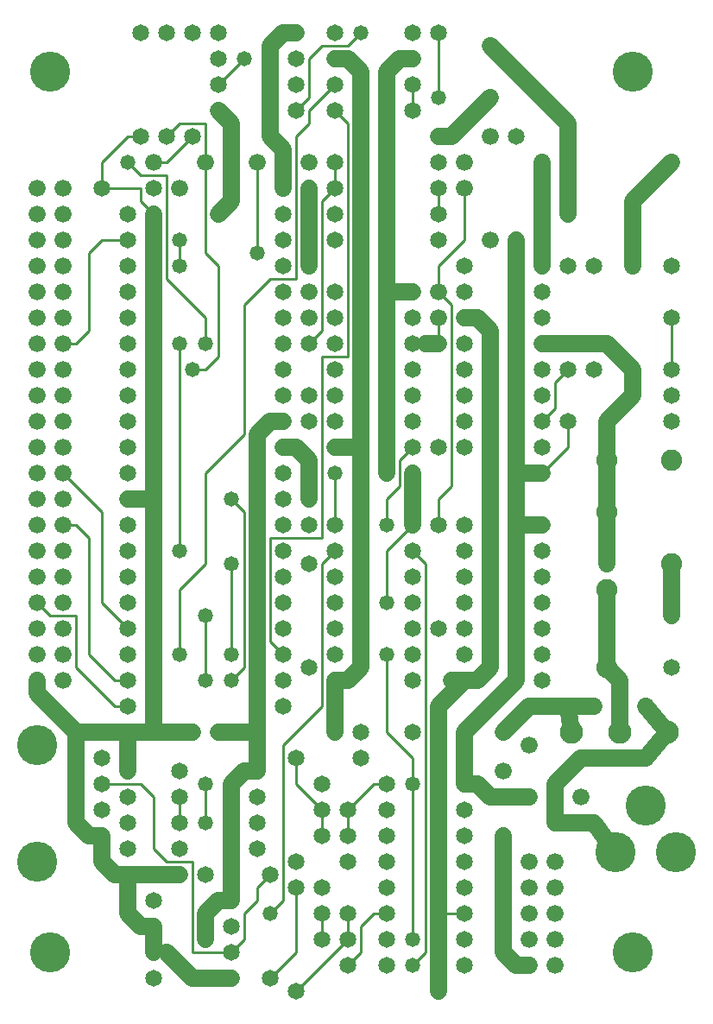
<source format=gtl>
%MOIN*%
%FSLAX25Y25*%
G04 D10 used for Character Trace; *
G04     Circle (OD=.01000) (No hole)*
G04 D11 used for Power Trace; *
G04     Circle (OD=.06700) (No hole)*
G04 D12 used for Signal Trace; *
G04     Circle (OD=.01100) (No hole)*
G04 D13 used for Via; *
G04     Circle (OD=.05800) (Round. Hole ID=.02800)*
G04 D14 used for Component hole; *
G04     Circle (OD=.06500) (Round. Hole ID=.03500)*
G04 D15 used for Component hole; *
G04     Circle (OD=.06600) (Round. Hole ID=.04200)*
G04 D16 used for Component hole; *
G04     Circle (OD=.08200) (Round. Hole ID=.05200)*
G04 D17 used for Component hole; *
G04     Circle (OD=.08950) (Round. Hole ID=.05950)*
G04 D18 used for Component hole; *
G04     Circle (OD=.11600) (Round. Hole ID=.08600)*
G04 D19 used for Component hole; *
G04     Circle (OD=.15500) (Round. Hole ID=.12500)*
G04 D20 used for Component hole; *
G04     Circle (OD=.18200) (Round. Hole ID=.15200)*
G04 D21 used for Component hole; *
G04     Circle (OD=.24300) (Round. Hole ID=.21300)*
%ADD10C,.01000*%
%ADD11C,.06700*%
%ADD12C,.01100*%
%ADD13C,.05800*%
%ADD14C,.06500*%
%ADD15C,.06600*%
%ADD16C,.08200*%
%ADD17C,.08950*%
%ADD18C,.11600*%
%ADD19C,.15500*%
%ADD20C,.18200*%
%ADD21C,.24300*%
%IPPOS*%
%LPD*%
G90*X0Y0D02*D19*X25000Y25000D03*D11*              
X55000Y40000D02*Y55000D01*X60000Y35000D02*        
X55000Y40000D01*X60000Y35000D02*X65000D01*D14*D03*
D11*Y25000D01*D14*D03*D11*X80000Y15000D02*        
X70000Y25000D01*X80000Y15000D02*X95000D01*D14*D03*
Y25000D03*D12*X80000D01*Y60000D01*X70000D01*      
X65000Y65000D01*Y85000D01*X60000Y90000D01*        
X45000D01*D14*D03*X55000Y85000D03*                
X45000Y100000D03*Y80000D03*X55000Y95000D03*D11*   
Y110000D01*X35000D01*Y75000D01*X40000Y70000D01*   
X45000D01*D14*D03*D11*Y60000D01*X50000Y55000D01*  
X55000D01*X75000D01*D13*D03*D14*X65000Y45000D03*  
X85000Y55000D03*X75000Y65000D03*D11*              
X85000Y40000D02*X90000Y45000D01*X85000Y30000D02*  
Y40000D01*D13*Y30000D03*D12*X95000Y25000D02*      
X100000Y30000D01*Y40000D01*X105000Y45000D01*      
Y50000D01*X110000Y55000D01*D14*D03*               
X120000Y50000D03*D12*Y25000D01*X110000Y15000D01*  
D14*D03*X120000Y10000D03*D12*X140000Y30000D01*D14*
D03*D12*Y40000D01*D14*D03*D12*X145000Y25000D02*   
Y35000D01*X140000Y20000D02*X145000Y25000D01*D14*  
X140000Y20000D03*X130000Y30000D03*D12*Y40000D01*  
D14*D03*Y50000D03*D12*X145000Y35000D02*           
X150000Y40000D01*X155000D01*D14*D03*D13*          
X165000Y30000D03*D12*Y90000D01*D13*D03*D12*       
Y100000D01*X155000Y110000D01*Y140000D01*D13*D03*  
D14*X165000Y130000D03*Y150000D03*Y140000D03*D11*  
X140000Y130000D02*X145000Y135000D01*              
X135000Y130000D02*X140000D01*D14*X135000D03*D11*  
Y110000D01*D13*D03*D14*X145000Y100000D03*         
Y110000D03*D12*X115000Y105000D02*                 
X130000Y120000D01*X115000Y45000D02*Y105000D01*    
X110000Y40000D02*X115000Y45000D01*D13*            
X110000Y40000D03*D14*X95000Y55000D03*D11*         
Y45000D01*D14*D03*D11*X90000D01*X95000Y55000D02*  
Y90000D01*X100000Y95000D01*X105000D01*D14*D03*D11*
Y110000D01*X90000D01*D14*D03*X80000D03*D11*       
X65000D01*X55000D01*X65000D02*Y200000D01*         
X55000D01*D14*D03*D11*X65000D02*Y220000D01*D13*   
D03*D11*Y310000D01*D13*D03*D12*X60000Y315000D01*  
Y320000D01*X45000D01*D14*D03*D12*Y330000D01*      
X55000Y340000D01*X60000D01*D14*D03*D12*           
X65000Y330000D02*X70000D01*D15*X65000D03*D12*     
X70000Y285000D02*Y325000D01*X85000Y270000D02*     
X70000Y285000D01*X85000Y260000D02*Y270000D01*D13* 
Y260000D03*D12*Y250000D02*X90000Y255000D01*       
X80000Y250000D02*X85000D01*D13*X80000D03*D12*     
X90000Y255000D02*Y290000D01*X85000Y295000D01*     
Y330000D01*D15*D03*D12*Y345000D01*X75000D01*      
X70000Y340000D01*D14*D03*X80000D03*D12*           
X70000Y330000D01*X60000Y325000D02*X70000D01*      
X60000D02*X55000Y330000D01*D13*D03*D14*           
X65000Y320000D03*D15*X75000D03*D14*               
X55000Y310000D03*D15*X30000Y320000D03*Y310000D03* 
Y300000D03*D12*X40000Y295000D02*X45000Y300000D01* 
X40000Y265000D02*Y295000D01*X35000Y260000D02*     
X40000Y265000D01*X30000Y260000D02*X35000D01*D15*  
X30000D03*X20000Y270000D03*Y250000D03*            
X30000Y270000D03*X20000Y260000D03*                
X30000Y250000D03*X20000Y240000D03*                
X30000Y280000D03*Y240000D03*X20000Y280000D03*D14* 
X55000Y240000D03*Y250000D03*Y260000D03*Y270000D03*
Y280000D03*Y290000D03*D15*X20000Y230000D03*       
X30000Y290000D03*Y230000D03*X20000Y290000D03*D14* 
X55000Y230000D03*Y300000D03*D12*X45000D01*D15*    
X20000Y320000D03*Y310000D03*Y300000D03*D13*       
X75000Y290000D03*D12*Y300000D01*D13*D03*          
X90000Y310000D03*D11*X95000Y315000D01*Y345000D01* 
X90000Y350000D01*D14*D03*Y360000D03*D12*          
X100000Y370000D01*D13*D03*D14*X90000Y380000D03*   
Y370000D03*D11*X110000Y340000D02*Y375000D01*      
X115000Y335000D02*X110000Y340000D01*              
X115000Y320000D02*Y335000D01*D15*Y320000D03*      
X125000Y330000D03*X105000D03*D12*Y295000D01*D13*  
D03*D14*X115000Y290000D03*Y300000D03*D12*         
X100000Y275000D02*X110000Y285000D01*              
X100000Y225000D02*Y275000D01*X85000Y210000D02*    
X100000Y225000D01*X85000Y175000D02*Y210000D01*    
X75000Y165000D02*X85000Y175000D01*                
X75000Y140000D02*Y165000D01*D13*Y140000D03*       
X85000Y130000D03*D12*Y155000D01*D13*D03*          
X95000Y140000D03*D12*Y175000D01*D13*D03*          
X105000D03*D11*Y110000D01*D14*X115000Y120000D03*  
X120000Y100000D03*D12*Y90000D01*X130000Y80000D01* 
D14*D03*D12*Y70000D01*D14*D03*X140000Y60000D03*   
Y80000D03*D12*Y70000D01*D14*D03*D12*Y80000D02*    
X150000Y90000D01*X155000D01*D14*D03*Y80000D03*D13*
X175000Y110000D03*D11*Y80000D01*D13*D03*D11*      
Y40000D01*Y10000D01*D13*D03*D14*X185000Y20000D03* 
D13*X165000D03*D12*X170000Y25000D01*Y175000D01*   
X165000Y180000D01*D14*D03*X175000Y190000D03*D12*  
Y200000D01*X180000Y205000D01*Y275000D01*          
X175000Y280000D01*D15*D03*D12*Y290000D01*         
X185000Y300000D01*Y320000D01*D15*D03*D14*         
X175000Y330000D03*Y310000D03*D12*Y320000D01*D14*  
D03*D15*X185000Y330000D03*X195000Y300000D03*      
Y340000D03*D11*X175000D02*X180000D01*D14*         
X175000D03*D11*X180000D02*X195000Y355000D01*D15*  
D03*D14*X205000Y340000D03*D15*X195000Y375000D03*  
D11*X225000Y345000D01*Y310000D01*D13*D03*D14*     
X215000Y290000D03*D11*Y330000D01*D15*D03*D14*     
X205000Y300000D03*D11*Y210000D01*Y190000D01*      
Y145000D01*D13*D03*D11*Y130000D01*                
X185000Y110000D01*D14*D03*D11*Y90000D01*D14*D03*  
D11*X190000D01*X195000Y85000D01*X210000D01*D15*   
D03*D11*X220000Y75000D02*X230000D01*D15*D03*D11*  
X235000D01*X243300Y63500D01*D19*D03*              
X255000Y81500D03*X266700Y63500D03*D15*            
X230000Y85000D03*D11*X220000Y75000D02*Y90000D01*  
D15*X210000Y60000D03*D11*X220000Y90000D02*        
X230000Y100000D01*X255000D01*X263500Y110000D01*   
D17*D03*D11*X255000Y120000D01*D15*D03*D11*        
X245000D02*Y130000D01*D15*Y120000D03*D11*         
Y110000D01*D17*D03*D15*X235000Y120000D03*D11*     
X225000D01*X226500Y110000D01*D17*D03*D11*         
X210000Y120000D02*X225000D01*X200000Y110000D02*   
X210000Y120000D01*D13*X200000Y110000D03*D15*      
X210000Y105000D03*X200000Y95000D03*D11*           
X180000Y130000D02*X185000D01*D14*D03*D11*         
X175000Y120000D01*Y110000D01*D14*X165000D03*D11*  
X185000Y130000D02*X190000D01*X195000Y135000D01*   
Y200000D01*D13*D03*D11*Y240000D01*D13*D03*D11*    
Y265000D01*X190000Y270000D01*X185000D01*D14*D03*  
X175000Y260000D03*D11*X170000D01*D12*X175000D02*  
Y270000D01*D15*D03*D14*X185000Y260000D03*         
Y280000D03*X165000D03*D11*X155000D01*Y210000D01*  
D13*D03*D12*Y200000D02*X160000Y205000D01*         
X155000Y190000D02*Y200000D01*D13*Y190000D03*      
X145000Y200000D03*D11*Y135000D01*D14*             
X135000Y140000D03*D12*X130000Y120000D02*          
Y175000D01*X135000Y180000D01*D14*D03*D12*         
X110000Y185000D02*X130000D01*X110000Y145000D02*   
Y185000D01*X115000Y140000D02*X110000Y145000D01*   
D14*X115000Y140000D03*X125000Y135000D03*          
X115000Y150000D03*Y130000D03*D12*X95000D02*       
X100000Y135000D01*D13*X95000Y130000D03*D12*       
X100000Y135000D02*Y195000D01*X95000Y200000D01*D13*
D03*X105000Y210000D03*D11*Y175000D01*D14*         
X115000Y170000D03*Y180000D03*Y190000D03*          
Y160000D03*X125000Y175000D03*Y190000D03*D13*      
Y200000D03*D11*Y215000D01*X120000Y220000D01*      
X115000D01*D14*D03*X125000Y230000D03*D11*         
X105000Y210000D02*Y225000D01*X110000Y230000D01*   
X115000D01*D14*D03*X125000Y240000D03*X115000D03*  
D13*X135000Y210000D03*D12*Y190000D01*D14*D03*D12* 
X130000Y185000D02*Y255000D01*X140000D01*          
Y345000D01*X135000Y350000D01*D14*D03*D13*         
X145000Y340000D03*D11*Y330000D01*D13*D03*D11*     
Y310000D01*D13*D03*D11*Y245000D01*D13*D03*D11*    
Y220000D01*Y200000D01*D12*X160000Y205000D02*      
Y215000D01*D13*X165000Y210000D03*D11*Y190000D01*  
D14*D03*D12*X155000Y180000D01*Y160000D01*D13*D03* 
D14*X165000Y170000D03*Y160000D03*                 
X175000Y150000D03*X135000Y170000D03*Y160000D03*   
Y150000D03*X185000Y190000D03*Y140000D03*          
Y150000D03*Y160000D03*Y170000D03*Y180000D03*      
X115000Y200000D03*D11*X205000Y210000D02*          
X215000D01*D13*D03*D12*X225000Y220000D01*         
Y230000D01*D14*D03*D12*X215000D02*                
X220000Y235000D01*D14*X215000Y230000D03*D12*      
X220000Y235000D02*Y245000D01*X225000Y250000D01*   
D14*D03*X215000Y260000D03*D11*X240000D01*         
X250000Y250000D01*Y240000D01*D15*D03*D11*         
X240000Y230000D01*Y215000D01*D16*D03*D11*         
Y195000D01*D16*D03*D11*Y175000D01*D15*D03*D16*    
Y165000D03*D11*Y135000D01*D16*D03*D11*            
X245000Y130000D01*D14*X265000Y135000D03*          
Y155000D03*D11*Y175000D01*D16*D03*Y215000D03*D14* 
X215000Y220000D03*Y190000D03*D11*X205000D01*D14*  
X215000Y180000D03*Y170000D03*X175000Y220000D03*   
X215000Y160000D03*X185000Y220000D03*              
X165000Y230000D03*Y220000D03*D12*                 
X160000Y215000D01*D11*X135000Y220000D02*          
X145000D01*D14*X135000D03*Y230000D03*Y240000D03*  
X115000Y210000D03*X165000Y250000D03*X135000D03*   
X165000Y240000D03*X115000Y250000D03*              
X165000Y260000D03*X135000D03*X125000D03*D12*      
X130000Y265000D01*Y315000D01*X135000Y320000D01*   
D14*D03*D12*Y330000D01*D14*D03*D11*               
X145000Y340000D02*Y365000D01*X140000Y370000D01*   
X135000D01*D14*D03*D12*X130000Y375000D02*         
X140000D01*X125000Y370000D02*X130000Y375000D01*   
X125000Y355000D02*Y370000D01*X120000Y350000D02*   
X125000Y355000D01*D14*X120000Y350000D03*D12*      
Y340000D02*X125000Y345000D01*X120000Y285000D02*   
Y340000D01*X110000Y285000D02*X120000D01*D14*      
X115000Y280000D03*D15*X125000Y270000D03*          
Y280000D03*Y290000D03*D11*Y320000D01*D13*D03*D14* 
X135000Y310000D03*X115000D03*X135000Y300000D03*   
D12*X125000Y345000D02*Y350000D01*                 
X135000Y360000D01*D14*D03*X120000Y370000D03*D12*  
X140000Y375000D02*X145000Y380000D01*D13*D03*D14*  
X135000D03*D11*X155000Y365000D02*                 
X160000Y370000D01*X155000Y280000D02*Y365000D01*   
D14*X165000Y270000D03*X175000Y300000D03*          
X135000Y280000D03*Y270000D03*X185000Y250000D03*   
Y290000D03*X115000Y270000D03*Y260000D03*          
X185000Y240000D03*Y230000D03*X215000Y240000D03*   
Y250000D03*Y270000D03*Y280000D03*                 
X165000Y350000D03*D12*Y360000D01*D14*D03*D13*     
X175000Y355000D03*D12*Y380000D01*D14*D03*         
X165000Y370000D03*D11*X160000D01*D14*             
X165000Y380000D03*X120000D03*D11*X115000D01*      
X110000Y375000D01*D14*X120000Y360000D03*          
X80000Y380000D03*X70000D03*X60000D03*D19*         
X25000Y365000D03*D14*X225000Y290000D03*D13*       
X75000Y260000D03*D12*Y180000D01*D13*D03*D14*      
X55000Y160000D03*Y190000D03*Y180000D03*Y170000D03*
Y150000D03*D12*X45000Y160000D01*Y195000D01*       
X30000Y210000D01*D15*D03*X20000Y220000D03*        
Y200000D03*X30000Y220000D03*X20000Y210000D03*     
X30000Y200000D03*X20000Y190000D03*X30000D03*D12*  
X35000D01*X40000Y185000D01*Y140000D01*            
X50000Y130000D01*X55000D01*D14*D03*D12*           
X50000Y120000D02*X55000D01*D14*D03*D12*X50000D02* 
X35000Y135000D01*Y155000D01*X25000D01*            
X20000Y160000D01*D15*D03*X30000Y150000D03*        
Y170000D03*Y160000D03*X20000Y170000D03*Y150000D03*
X30000Y180000D03*X20000D03*Y140000D03*X30000D03*  
X20000Y130000D03*D11*Y125000D01*X35000Y110000D01* 
D19*X20000Y105000D03*D15*X30000Y130000D03*D14*    
X55000Y140000D03*Y75000D03*X75000D03*D12*         
Y85000D01*D14*D03*D13*X85000Y75000D03*D12*        
Y90000D01*D13*D03*D14*X75000Y95000D03*            
X105000Y75000D03*Y85000D03*Y65000D03*X55000D03*   
X120000Y60000D03*X130000Y90000D03*X95000Y35000D03*
D19*X20000Y60000D03*D14*X155000Y20000D03*         
Y30000D03*Y50000D03*Y60000D03*Y70000D03*          
X65000Y15000D03*D12*X175000Y40000D02*X185000D01*  
D14*D03*Y50000D03*Y30000D03*D11*X205000Y20000D02* 
X200000Y25000D01*X205000Y20000D02*X210000D01*D15* 
D03*X220000Y30000D03*D11*X200000Y25000D02*        
Y70000D01*D13*D03*D14*X185000Y80000D03*Y70000D03* 
Y60000D03*D15*X220000Y50000D03*Y60000D03*         
X210000Y50000D03*Y40000D03*X220000D03*            
X210000Y30000D03*D19*X250000Y25000D03*D15*        
X220000Y20000D03*D14*X215000Y130000D03*Y140000D03*
Y150000D03*X55000Y210000D03*Y220000D03*           
X265000Y230000D03*Y240000D03*Y250000D03*D12*      
Y270000D01*D14*D03*Y290000D03*D15*X250000D03*D11* 
Y315000D01*X265000Y330000D01*D15*D03*D19*         
X250000Y365000D03*D14*X235000Y290000D03*          
Y250000D03*M02*                                   

</source>
